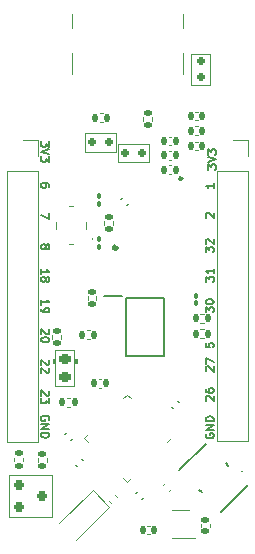
<source format=gbr>
%TF.GenerationSoftware,KiCad,Pcbnew,7.0.2*%
%TF.CreationDate,2023-05-30T01:45:27-07:00*%
%TF.ProjectId,iCEGenius,69434547-656e-4697-9573-2e6b69636164,rev?*%
%TF.SameCoordinates,Original*%
%TF.FileFunction,Legend,Top*%
%TF.FilePolarity,Positive*%
%FSLAX46Y46*%
G04 Gerber Fmt 4.6, Leading zero omitted, Abs format (unit mm)*
G04 Created by KiCad (PCBNEW 7.0.2) date 2023-05-30 01:45:27*
%MOMM*%
%LPD*%
G01*
G04 APERTURE LIST*
G04 Aperture macros list*
%AMRoundRect*
0 Rectangle with rounded corners*
0 $1 Rounding radius*
0 $2 $3 $4 $5 $6 $7 $8 $9 X,Y pos of 4 corners*
0 Add a 4 corners polygon primitive as box body*
4,1,4,$2,$3,$4,$5,$6,$7,$8,$9,$2,$3,0*
0 Add four circle primitives for the rounded corners*
1,1,$1+$1,$2,$3*
1,1,$1+$1,$4,$5*
1,1,$1+$1,$6,$7*
1,1,$1+$1,$8,$9*
0 Add four rect primitives between the rounded corners*
20,1,$1+$1,$2,$3,$4,$5,0*
20,1,$1+$1,$4,$5,$6,$7,0*
20,1,$1+$1,$6,$7,$8,$9,0*
20,1,$1+$1,$8,$9,$2,$3,0*%
%AMRotRect*
0 Rectangle, with rotation*
0 The origin of the aperture is its center*
0 $1 length*
0 $2 width*
0 $3 Rotation angle, in degrees counterclockwise*
0 Add horizontal line*
21,1,$1,$2,0,0,$3*%
G04 Aperture macros list end*
%ADD10C,0.150000*%
%ADD11C,0.120000*%
%ADD12C,0.100000*%
%ADD13C,0.200000*%
%ADD14C,0.325000*%
%ADD15C,0.250000*%
%ADD16RoundRect,0.135000X0.135000X0.185000X-0.135000X0.185000X-0.135000X-0.185000X0.135000X-0.185000X0*%
%ADD17RoundRect,0.140000X0.140000X0.170000X-0.140000X0.170000X-0.140000X-0.170000X0.140000X-0.170000X0*%
%ADD18R,1.100000X1.300000*%
%ADD19RoundRect,0.100000X0.100000X-0.130000X0.100000X0.130000X-0.100000X0.130000X-0.100000X-0.130000X0*%
%ADD20RoundRect,0.135000X0.185000X-0.135000X0.185000X0.135000X-0.185000X0.135000X-0.185000X-0.135000X0*%
%ADD21RoundRect,0.100000X-0.100000X0.130000X-0.100000X-0.130000X0.100000X-0.130000X0.100000X0.130000X0*%
%ADD22RoundRect,0.140000X-0.021213X0.219203X-0.219203X0.021213X0.021213X-0.219203X0.219203X-0.021213X0*%
%ADD23RoundRect,0.100000X-0.162635X0.021213X0.021213X-0.162635X0.162635X-0.021213X-0.021213X0.162635X0*%
%ADD24RoundRect,0.140000X-0.219203X-0.021213X-0.021213X-0.219203X0.219203X0.021213X0.021213X0.219203X0*%
%ADD25RoundRect,0.140000X0.021213X-0.219203X0.219203X-0.021213X-0.021213X0.219203X-0.219203X0.021213X0*%
%ADD26RoundRect,0.200000X-0.250000X-0.200000X0.250000X-0.200000X0.250000X0.200000X-0.250000X0.200000X0*%
%ADD27RoundRect,0.135000X-0.185000X0.135000X-0.185000X-0.135000X0.185000X-0.135000X0.185000X0.135000X0*%
%ADD28RoundRect,0.218750X-0.256250X0.218750X-0.256250X-0.218750X0.256250X-0.218750X0.256250X0.218750X0*%
%ADD29RotRect,1.500000X1.700000X225.000000*%
%ADD30RotRect,3.100000X3.100000X225.000000*%
%ADD31RoundRect,0.062500X-0.220971X0.309359X-0.309359X0.220971X0.220971X-0.309359X0.309359X-0.220971X0*%
%ADD32RoundRect,0.062500X0.220971X0.309359X-0.309359X-0.220971X-0.220971X-0.309359X0.309359X0.220971X0*%
%ADD33R,1.525000X0.700000*%
%ADD34R,0.650000X0.400000*%
%ADD35RoundRect,0.135000X-0.135000X-0.185000X0.135000X-0.185000X0.135000X0.185000X-0.135000X0.185000X0*%
%ADD36C,0.650000*%
%ADD37R,0.600000X1.150000*%
%ADD38R,0.300000X1.150000*%
%ADD39O,1.000000X1.800000*%
%ADD40O,1.000000X2.100000*%
%ADD41RotRect,3.350000X3.350000X45.000000*%
%ADD42RotRect,0.350000X0.850000X45.000000*%
%ADD43RotRect,0.350000X0.850000X135.000000*%
%ADD44R,0.200000X0.600000*%
%ADD45R,0.990000X0.350000*%
%ADD46RoundRect,0.150000X0.150000X0.200000X-0.150000X0.200000X-0.150000X-0.200000X0.150000X-0.200000X0*%
%ADD47RoundRect,0.150000X0.200000X-0.150000X0.200000X0.150000X-0.200000X0.150000X-0.200000X-0.150000X0*%
%ADD48RoundRect,0.150000X-0.150000X-0.200000X0.150000X-0.200000X0.150000X0.200000X-0.150000X0.200000X0*%
%ADD49RoundRect,0.225000X-0.106066X0.424264X-0.424264X0.106066X0.106066X-0.424264X0.424264X-0.106066X0*%
%ADD50RoundRect,0.100000X-0.021213X-0.162635X0.162635X0.021213X0.021213X0.162635X-0.162635X-0.021213X0*%
%ADD51RoundRect,0.100000X0.021213X0.162635X-0.162635X-0.021213X-0.021213X-0.162635X0.162635X0.021213X0*%
%ADD52RoundRect,0.140000X0.170000X-0.140000X0.170000X0.140000X-0.170000X0.140000X-0.170000X-0.140000X0*%
%ADD53RoundRect,0.140000X-0.140000X-0.170000X0.140000X-0.170000X0.140000X0.170000X-0.140000X0.170000X0*%
%ADD54O,1.700000X1.700000*%
%ADD55R,1.700000X1.700000*%
G04 APERTURE END LIST*
D10*
X162681000Y-93766666D02*
X162647666Y-93733333D01*
X162647666Y-93733333D02*
X162614333Y-93666666D01*
X162614333Y-93666666D02*
X162614333Y-93500000D01*
X162614333Y-93500000D02*
X162647666Y-93433333D01*
X162647666Y-93433333D02*
X162681000Y-93400000D01*
X162681000Y-93400000D02*
X162747666Y-93366666D01*
X162747666Y-93366666D02*
X162814333Y-93366666D01*
X162814333Y-93366666D02*
X162914333Y-93400000D01*
X162914333Y-93400000D02*
X163314333Y-93800000D01*
X163314333Y-93800000D02*
X163314333Y-93366666D01*
X162614333Y-104400000D02*
X162614333Y-104733333D01*
X162614333Y-104733333D02*
X162947666Y-104766666D01*
X162947666Y-104766666D02*
X162914333Y-104733333D01*
X162914333Y-104733333D02*
X162881000Y-104666666D01*
X162881000Y-104666666D02*
X162881000Y-104500000D01*
X162881000Y-104500000D02*
X162914333Y-104433333D01*
X162914333Y-104433333D02*
X162947666Y-104400000D01*
X162947666Y-104400000D02*
X163014333Y-104366666D01*
X163014333Y-104366666D02*
X163181000Y-104366666D01*
X163181000Y-104366666D02*
X163247666Y-104400000D01*
X163247666Y-104400000D02*
X163281000Y-104433333D01*
X163281000Y-104433333D02*
X163314333Y-104500000D01*
X163314333Y-104500000D02*
X163314333Y-104666666D01*
X163314333Y-104666666D02*
X163281000Y-104733333D01*
X163281000Y-104733333D02*
X163247666Y-104766666D01*
X163314333Y-90866666D02*
X163314333Y-91266666D01*
X163314333Y-91066666D02*
X162614333Y-91066666D01*
X162614333Y-91066666D02*
X162714333Y-91133333D01*
X162714333Y-91133333D02*
X162781000Y-91200000D01*
X162781000Y-91200000D02*
X162814333Y-91266666D01*
X162614333Y-101800001D02*
X162614333Y-101366667D01*
X162614333Y-101366667D02*
X162881000Y-101600001D01*
X162881000Y-101600001D02*
X162881000Y-101500001D01*
X162881000Y-101500001D02*
X162914333Y-101433334D01*
X162914333Y-101433334D02*
X162947666Y-101400001D01*
X162947666Y-101400001D02*
X163014333Y-101366667D01*
X163014333Y-101366667D02*
X163181000Y-101366667D01*
X163181000Y-101366667D02*
X163247666Y-101400001D01*
X163247666Y-101400001D02*
X163281000Y-101433334D01*
X163281000Y-101433334D02*
X163314333Y-101500001D01*
X163314333Y-101500001D02*
X163314333Y-101700001D01*
X163314333Y-101700001D02*
X163281000Y-101766667D01*
X163281000Y-101766667D02*
X163247666Y-101800001D01*
X162614333Y-100933334D02*
X162614333Y-100866667D01*
X162614333Y-100866667D02*
X162647666Y-100800000D01*
X162647666Y-100800000D02*
X162681000Y-100766667D01*
X162681000Y-100766667D02*
X162747666Y-100733334D01*
X162747666Y-100733334D02*
X162881000Y-100700000D01*
X162881000Y-100700000D02*
X163047666Y-100700000D01*
X163047666Y-100700000D02*
X163181000Y-100733334D01*
X163181000Y-100733334D02*
X163247666Y-100766667D01*
X163247666Y-100766667D02*
X163281000Y-100800000D01*
X163281000Y-100800000D02*
X163314333Y-100866667D01*
X163314333Y-100866667D02*
X163314333Y-100933334D01*
X163314333Y-100933334D02*
X163281000Y-101000000D01*
X163281000Y-101000000D02*
X163247666Y-101033334D01*
X163247666Y-101033334D02*
X163181000Y-101066667D01*
X163181000Y-101066667D02*
X163047666Y-101100000D01*
X163047666Y-101100000D02*
X162881000Y-101100000D01*
X162881000Y-101100000D02*
X162747666Y-101066667D01*
X162747666Y-101066667D02*
X162681000Y-101033334D01*
X162681000Y-101033334D02*
X162647666Y-101000000D01*
X162647666Y-101000000D02*
X162614333Y-100933334D01*
X162681000Y-106766666D02*
X162647666Y-106733333D01*
X162647666Y-106733333D02*
X162614333Y-106666666D01*
X162614333Y-106666666D02*
X162614333Y-106500000D01*
X162614333Y-106500000D02*
X162647666Y-106433333D01*
X162647666Y-106433333D02*
X162681000Y-106400000D01*
X162681000Y-106400000D02*
X162747666Y-106366666D01*
X162747666Y-106366666D02*
X162814333Y-106366666D01*
X162814333Y-106366666D02*
X162914333Y-106400000D01*
X162914333Y-106400000D02*
X163314333Y-106800000D01*
X163314333Y-106800000D02*
X163314333Y-106366666D01*
X162614333Y-106133333D02*
X162614333Y-105666666D01*
X162614333Y-105666666D02*
X163314333Y-105966666D01*
X162614333Y-96700000D02*
X162614333Y-96266666D01*
X162614333Y-96266666D02*
X162881000Y-96500000D01*
X162881000Y-96500000D02*
X162881000Y-96400000D01*
X162881000Y-96400000D02*
X162914333Y-96333333D01*
X162914333Y-96333333D02*
X162947666Y-96300000D01*
X162947666Y-96300000D02*
X163014333Y-96266666D01*
X163014333Y-96266666D02*
X163181000Y-96266666D01*
X163181000Y-96266666D02*
X163247666Y-96300000D01*
X163247666Y-96300000D02*
X163281000Y-96333333D01*
X163281000Y-96333333D02*
X163314333Y-96400000D01*
X163314333Y-96400000D02*
X163314333Y-96600000D01*
X163314333Y-96600000D02*
X163281000Y-96666666D01*
X163281000Y-96666666D02*
X163247666Y-96700000D01*
X162681000Y-95999999D02*
X162647666Y-95966666D01*
X162647666Y-95966666D02*
X162614333Y-95899999D01*
X162614333Y-95899999D02*
X162614333Y-95733333D01*
X162614333Y-95733333D02*
X162647666Y-95666666D01*
X162647666Y-95666666D02*
X162681000Y-95633333D01*
X162681000Y-95633333D02*
X162747666Y-95599999D01*
X162747666Y-95599999D02*
X162814333Y-95599999D01*
X162814333Y-95599999D02*
X162914333Y-95633333D01*
X162914333Y-95633333D02*
X163314333Y-96033333D01*
X163314333Y-96033333D02*
X163314333Y-95599999D01*
X162614333Y-99200000D02*
X162614333Y-98766666D01*
X162614333Y-98766666D02*
X162881000Y-99000000D01*
X162881000Y-99000000D02*
X162881000Y-98900000D01*
X162881000Y-98900000D02*
X162914333Y-98833333D01*
X162914333Y-98833333D02*
X162947666Y-98800000D01*
X162947666Y-98800000D02*
X163014333Y-98766666D01*
X163014333Y-98766666D02*
X163181000Y-98766666D01*
X163181000Y-98766666D02*
X163247666Y-98800000D01*
X163247666Y-98800000D02*
X163281000Y-98833333D01*
X163281000Y-98833333D02*
X163314333Y-98900000D01*
X163314333Y-98900000D02*
X163314333Y-99100000D01*
X163314333Y-99100000D02*
X163281000Y-99166666D01*
X163281000Y-99166666D02*
X163247666Y-99200000D01*
X163314333Y-98099999D02*
X163314333Y-98499999D01*
X163314333Y-98299999D02*
X162614333Y-98299999D01*
X162614333Y-98299999D02*
X162714333Y-98366666D01*
X162714333Y-98366666D02*
X162781000Y-98433333D01*
X162781000Y-98433333D02*
X162814333Y-98499999D01*
X162681000Y-109266666D02*
X162647666Y-109233333D01*
X162647666Y-109233333D02*
X162614333Y-109166666D01*
X162614333Y-109166666D02*
X162614333Y-109000000D01*
X162614333Y-109000000D02*
X162647666Y-108933333D01*
X162647666Y-108933333D02*
X162681000Y-108900000D01*
X162681000Y-108900000D02*
X162747666Y-108866666D01*
X162747666Y-108866666D02*
X162814333Y-108866666D01*
X162814333Y-108866666D02*
X162914333Y-108900000D01*
X162914333Y-108900000D02*
X163314333Y-109300000D01*
X163314333Y-109300000D02*
X163314333Y-108866666D01*
X162614333Y-108266666D02*
X162614333Y-108399999D01*
X162614333Y-108399999D02*
X162647666Y-108466666D01*
X162647666Y-108466666D02*
X162681000Y-108499999D01*
X162681000Y-108499999D02*
X162781000Y-108566666D01*
X162781000Y-108566666D02*
X162914333Y-108599999D01*
X162914333Y-108599999D02*
X163181000Y-108599999D01*
X163181000Y-108599999D02*
X163247666Y-108566666D01*
X163247666Y-108566666D02*
X163281000Y-108533333D01*
X163281000Y-108533333D02*
X163314333Y-108466666D01*
X163314333Y-108466666D02*
X163314333Y-108333333D01*
X163314333Y-108333333D02*
X163281000Y-108266666D01*
X163281000Y-108266666D02*
X163247666Y-108233333D01*
X163247666Y-108233333D02*
X163181000Y-108199999D01*
X163181000Y-108199999D02*
X163014333Y-108199999D01*
X163014333Y-108199999D02*
X162947666Y-108233333D01*
X162947666Y-108233333D02*
X162914333Y-108266666D01*
X162914333Y-108266666D02*
X162881000Y-108333333D01*
X162881000Y-108333333D02*
X162881000Y-108466666D01*
X162881000Y-108466666D02*
X162914333Y-108533333D01*
X162914333Y-108533333D02*
X162947666Y-108566666D01*
X162947666Y-108566666D02*
X163014333Y-108599999D01*
X162647666Y-112066666D02*
X162614333Y-112133333D01*
X162614333Y-112133333D02*
X162614333Y-112233333D01*
X162614333Y-112233333D02*
X162647666Y-112333333D01*
X162647666Y-112333333D02*
X162714333Y-112400000D01*
X162714333Y-112400000D02*
X162781000Y-112433333D01*
X162781000Y-112433333D02*
X162914333Y-112466666D01*
X162914333Y-112466666D02*
X163014333Y-112466666D01*
X163014333Y-112466666D02*
X163147666Y-112433333D01*
X163147666Y-112433333D02*
X163214333Y-112400000D01*
X163214333Y-112400000D02*
X163281000Y-112333333D01*
X163281000Y-112333333D02*
X163314333Y-112233333D01*
X163314333Y-112233333D02*
X163314333Y-112166666D01*
X163314333Y-112166666D02*
X163281000Y-112066666D01*
X163281000Y-112066666D02*
X163247666Y-112033333D01*
X163247666Y-112033333D02*
X163014333Y-112033333D01*
X163014333Y-112033333D02*
X163014333Y-112166666D01*
X163314333Y-111733333D02*
X162614333Y-111733333D01*
X162614333Y-111733333D02*
X163314333Y-111333333D01*
X163314333Y-111333333D02*
X162614333Y-111333333D01*
X163314333Y-111000000D02*
X162614333Y-111000000D01*
X162614333Y-111000000D02*
X162614333Y-110833333D01*
X162614333Y-110833333D02*
X162647666Y-110733333D01*
X162647666Y-110733333D02*
X162714333Y-110666667D01*
X162714333Y-110666667D02*
X162781000Y-110633333D01*
X162781000Y-110633333D02*
X162914333Y-110600000D01*
X162914333Y-110600000D02*
X163014333Y-110600000D01*
X163014333Y-110600000D02*
X163147666Y-110633333D01*
X163147666Y-110633333D02*
X163214333Y-110666667D01*
X163214333Y-110666667D02*
X163281000Y-110733333D01*
X163281000Y-110733333D02*
X163314333Y-110833333D01*
X163314333Y-110833333D02*
X163314333Y-111000000D01*
X149352333Y-110933333D02*
X149385666Y-110866666D01*
X149385666Y-110866666D02*
X149385666Y-110766666D01*
X149385666Y-110766666D02*
X149352333Y-110666666D01*
X149352333Y-110666666D02*
X149285666Y-110600000D01*
X149285666Y-110600000D02*
X149219000Y-110566666D01*
X149219000Y-110566666D02*
X149085666Y-110533333D01*
X149085666Y-110533333D02*
X148985666Y-110533333D01*
X148985666Y-110533333D02*
X148852333Y-110566666D01*
X148852333Y-110566666D02*
X148785666Y-110600000D01*
X148785666Y-110600000D02*
X148719000Y-110666666D01*
X148719000Y-110666666D02*
X148685666Y-110766666D01*
X148685666Y-110766666D02*
X148685666Y-110833333D01*
X148685666Y-110833333D02*
X148719000Y-110933333D01*
X148719000Y-110933333D02*
X148752333Y-110966666D01*
X148752333Y-110966666D02*
X148985666Y-110966666D01*
X148985666Y-110966666D02*
X148985666Y-110833333D01*
X148685666Y-111266666D02*
X149385666Y-111266666D01*
X149385666Y-111266666D02*
X148685666Y-111666666D01*
X148685666Y-111666666D02*
X149385666Y-111666666D01*
X148685666Y-111999999D02*
X149385666Y-111999999D01*
X149385666Y-111999999D02*
X149385666Y-112166666D01*
X149385666Y-112166666D02*
X149352333Y-112266666D01*
X149352333Y-112266666D02*
X149285666Y-112333333D01*
X149285666Y-112333333D02*
X149219000Y-112366666D01*
X149219000Y-112366666D02*
X149085666Y-112399999D01*
X149085666Y-112399999D02*
X148985666Y-112399999D01*
X148985666Y-112399999D02*
X148852333Y-112366666D01*
X148852333Y-112366666D02*
X148785666Y-112333333D01*
X148785666Y-112333333D02*
X148719000Y-112266666D01*
X148719000Y-112266666D02*
X148685666Y-112166666D01*
X148685666Y-112166666D02*
X148685666Y-111999999D01*
X149319000Y-108433333D02*
X149352333Y-108466666D01*
X149352333Y-108466666D02*
X149385666Y-108533333D01*
X149385666Y-108533333D02*
X149385666Y-108700000D01*
X149385666Y-108700000D02*
X149352333Y-108766666D01*
X149352333Y-108766666D02*
X149319000Y-108800000D01*
X149319000Y-108800000D02*
X149252333Y-108833333D01*
X149252333Y-108833333D02*
X149185666Y-108833333D01*
X149185666Y-108833333D02*
X149085666Y-108800000D01*
X149085666Y-108800000D02*
X148685666Y-108400000D01*
X148685666Y-108400000D02*
X148685666Y-108833333D01*
X149385666Y-109066667D02*
X149385666Y-109500000D01*
X149385666Y-109500000D02*
X149119000Y-109266667D01*
X149119000Y-109266667D02*
X149119000Y-109366667D01*
X149119000Y-109366667D02*
X149085666Y-109433333D01*
X149085666Y-109433333D02*
X149052333Y-109466667D01*
X149052333Y-109466667D02*
X148985666Y-109500000D01*
X148985666Y-109500000D02*
X148819000Y-109500000D01*
X148819000Y-109500000D02*
X148752333Y-109466667D01*
X148752333Y-109466667D02*
X148719000Y-109433333D01*
X148719000Y-109433333D02*
X148685666Y-109366667D01*
X148685666Y-109366667D02*
X148685666Y-109166667D01*
X148685666Y-109166667D02*
X148719000Y-109100000D01*
X148719000Y-109100000D02*
X148752333Y-109066667D01*
X149319000Y-105833333D02*
X149352333Y-105866666D01*
X149352333Y-105866666D02*
X149385666Y-105933333D01*
X149385666Y-105933333D02*
X149385666Y-106100000D01*
X149385666Y-106100000D02*
X149352333Y-106166666D01*
X149352333Y-106166666D02*
X149319000Y-106200000D01*
X149319000Y-106200000D02*
X149252333Y-106233333D01*
X149252333Y-106233333D02*
X149185666Y-106233333D01*
X149185666Y-106233333D02*
X149085666Y-106200000D01*
X149085666Y-106200000D02*
X148685666Y-105800000D01*
X148685666Y-105800000D02*
X148685666Y-106233333D01*
X149319000Y-106500000D02*
X149352333Y-106533333D01*
X149352333Y-106533333D02*
X149385666Y-106600000D01*
X149385666Y-106600000D02*
X149385666Y-106766667D01*
X149385666Y-106766667D02*
X149352333Y-106833333D01*
X149352333Y-106833333D02*
X149319000Y-106866667D01*
X149319000Y-106866667D02*
X149252333Y-106900000D01*
X149252333Y-106900000D02*
X149185666Y-106900000D01*
X149185666Y-106900000D02*
X149085666Y-106866667D01*
X149085666Y-106866667D02*
X148685666Y-106466667D01*
X148685666Y-106466667D02*
X148685666Y-106900000D01*
X149319000Y-103233333D02*
X149352333Y-103266666D01*
X149352333Y-103266666D02*
X149385666Y-103333333D01*
X149385666Y-103333333D02*
X149385666Y-103500000D01*
X149385666Y-103500000D02*
X149352333Y-103566666D01*
X149352333Y-103566666D02*
X149319000Y-103600000D01*
X149319000Y-103600000D02*
X149252333Y-103633333D01*
X149252333Y-103633333D02*
X149185666Y-103633333D01*
X149185666Y-103633333D02*
X149085666Y-103600000D01*
X149085666Y-103600000D02*
X148685666Y-103200000D01*
X148685666Y-103200000D02*
X148685666Y-103633333D01*
X149385666Y-104066667D02*
X149385666Y-104133333D01*
X149385666Y-104133333D02*
X149352333Y-104200000D01*
X149352333Y-104200000D02*
X149319000Y-104233333D01*
X149319000Y-104233333D02*
X149252333Y-104266667D01*
X149252333Y-104266667D02*
X149119000Y-104300000D01*
X149119000Y-104300000D02*
X148952333Y-104300000D01*
X148952333Y-104300000D02*
X148819000Y-104266667D01*
X148819000Y-104266667D02*
X148752333Y-104233333D01*
X148752333Y-104233333D02*
X148719000Y-104200000D01*
X148719000Y-104200000D02*
X148685666Y-104133333D01*
X148685666Y-104133333D02*
X148685666Y-104066667D01*
X148685666Y-104066667D02*
X148719000Y-104000000D01*
X148719000Y-104000000D02*
X148752333Y-103966667D01*
X148752333Y-103966667D02*
X148819000Y-103933333D01*
X148819000Y-103933333D02*
X148952333Y-103900000D01*
X148952333Y-103900000D02*
X149119000Y-103900000D01*
X149119000Y-103900000D02*
X149252333Y-103933333D01*
X149252333Y-103933333D02*
X149319000Y-103966667D01*
X149319000Y-103966667D02*
X149352333Y-104000000D01*
X149352333Y-104000000D02*
X149385666Y-104066667D01*
X148685666Y-101133333D02*
X148685666Y-100733333D01*
X148685666Y-100933333D02*
X149385666Y-100933333D01*
X149385666Y-100933333D02*
X149285666Y-100866666D01*
X149285666Y-100866666D02*
X149219000Y-100800000D01*
X149219000Y-100800000D02*
X149185666Y-100733333D01*
X148685666Y-101466667D02*
X148685666Y-101600000D01*
X148685666Y-101600000D02*
X148719000Y-101666667D01*
X148719000Y-101666667D02*
X148752333Y-101700000D01*
X148752333Y-101700000D02*
X148852333Y-101766667D01*
X148852333Y-101766667D02*
X148985666Y-101800000D01*
X148985666Y-101800000D02*
X149252333Y-101800000D01*
X149252333Y-101800000D02*
X149319000Y-101766667D01*
X149319000Y-101766667D02*
X149352333Y-101733333D01*
X149352333Y-101733333D02*
X149385666Y-101666667D01*
X149385666Y-101666667D02*
X149385666Y-101533333D01*
X149385666Y-101533333D02*
X149352333Y-101466667D01*
X149352333Y-101466667D02*
X149319000Y-101433333D01*
X149319000Y-101433333D02*
X149252333Y-101400000D01*
X149252333Y-101400000D02*
X149085666Y-101400000D01*
X149085666Y-101400000D02*
X149019000Y-101433333D01*
X149019000Y-101433333D02*
X148985666Y-101466667D01*
X148985666Y-101466667D02*
X148952333Y-101533333D01*
X148952333Y-101533333D02*
X148952333Y-101666667D01*
X148952333Y-101666667D02*
X148985666Y-101733333D01*
X148985666Y-101733333D02*
X149019000Y-101766667D01*
X149019000Y-101766667D02*
X149085666Y-101800000D01*
X148685666Y-98533333D02*
X148685666Y-98133333D01*
X148685666Y-98333333D02*
X149385666Y-98333333D01*
X149385666Y-98333333D02*
X149285666Y-98266666D01*
X149285666Y-98266666D02*
X149219000Y-98200000D01*
X149219000Y-98200000D02*
X149185666Y-98133333D01*
X149085666Y-98933333D02*
X149119000Y-98866667D01*
X149119000Y-98866667D02*
X149152333Y-98833333D01*
X149152333Y-98833333D02*
X149219000Y-98800000D01*
X149219000Y-98800000D02*
X149252333Y-98800000D01*
X149252333Y-98800000D02*
X149319000Y-98833333D01*
X149319000Y-98833333D02*
X149352333Y-98866667D01*
X149352333Y-98866667D02*
X149385666Y-98933333D01*
X149385666Y-98933333D02*
X149385666Y-99066667D01*
X149385666Y-99066667D02*
X149352333Y-99133333D01*
X149352333Y-99133333D02*
X149319000Y-99166667D01*
X149319000Y-99166667D02*
X149252333Y-99200000D01*
X149252333Y-99200000D02*
X149219000Y-99200000D01*
X149219000Y-99200000D02*
X149152333Y-99166667D01*
X149152333Y-99166667D02*
X149119000Y-99133333D01*
X149119000Y-99133333D02*
X149085666Y-99066667D01*
X149085666Y-99066667D02*
X149085666Y-98933333D01*
X149085666Y-98933333D02*
X149052333Y-98866667D01*
X149052333Y-98866667D02*
X149019000Y-98833333D01*
X149019000Y-98833333D02*
X148952333Y-98800000D01*
X148952333Y-98800000D02*
X148819000Y-98800000D01*
X148819000Y-98800000D02*
X148752333Y-98833333D01*
X148752333Y-98833333D02*
X148719000Y-98866667D01*
X148719000Y-98866667D02*
X148685666Y-98933333D01*
X148685666Y-98933333D02*
X148685666Y-99066667D01*
X148685666Y-99066667D02*
X148719000Y-99133333D01*
X148719000Y-99133333D02*
X148752333Y-99166667D01*
X148752333Y-99166667D02*
X148819000Y-99200000D01*
X148819000Y-99200000D02*
X148952333Y-99200000D01*
X148952333Y-99200000D02*
X149019000Y-99166667D01*
X149019000Y-99166667D02*
X149052333Y-99133333D01*
X149052333Y-99133333D02*
X149085666Y-99066667D01*
X149085666Y-96166666D02*
X149119000Y-96100000D01*
X149119000Y-96100000D02*
X149152333Y-96066666D01*
X149152333Y-96066666D02*
X149219000Y-96033333D01*
X149219000Y-96033333D02*
X149252333Y-96033333D01*
X149252333Y-96033333D02*
X149319000Y-96066666D01*
X149319000Y-96066666D02*
X149352333Y-96100000D01*
X149352333Y-96100000D02*
X149385666Y-96166666D01*
X149385666Y-96166666D02*
X149385666Y-96300000D01*
X149385666Y-96300000D02*
X149352333Y-96366666D01*
X149352333Y-96366666D02*
X149319000Y-96400000D01*
X149319000Y-96400000D02*
X149252333Y-96433333D01*
X149252333Y-96433333D02*
X149219000Y-96433333D01*
X149219000Y-96433333D02*
X149152333Y-96400000D01*
X149152333Y-96400000D02*
X149119000Y-96366666D01*
X149119000Y-96366666D02*
X149085666Y-96300000D01*
X149085666Y-96300000D02*
X149085666Y-96166666D01*
X149085666Y-96166666D02*
X149052333Y-96100000D01*
X149052333Y-96100000D02*
X149019000Y-96066666D01*
X149019000Y-96066666D02*
X148952333Y-96033333D01*
X148952333Y-96033333D02*
X148819000Y-96033333D01*
X148819000Y-96033333D02*
X148752333Y-96066666D01*
X148752333Y-96066666D02*
X148719000Y-96100000D01*
X148719000Y-96100000D02*
X148685666Y-96166666D01*
X148685666Y-96166666D02*
X148685666Y-96300000D01*
X148685666Y-96300000D02*
X148719000Y-96366666D01*
X148719000Y-96366666D02*
X148752333Y-96400000D01*
X148752333Y-96400000D02*
X148819000Y-96433333D01*
X148819000Y-96433333D02*
X148952333Y-96433333D01*
X148952333Y-96433333D02*
X149019000Y-96400000D01*
X149019000Y-96400000D02*
X149052333Y-96366666D01*
X149052333Y-96366666D02*
X149085666Y-96300000D01*
X149385666Y-93400000D02*
X149385666Y-93866666D01*
X149385666Y-93866666D02*
X148685666Y-93566666D01*
X149385666Y-91166666D02*
X149385666Y-91033333D01*
X149385666Y-91033333D02*
X149352333Y-90966666D01*
X149352333Y-90966666D02*
X149319000Y-90933333D01*
X149319000Y-90933333D02*
X149219000Y-90866666D01*
X149219000Y-90866666D02*
X149085666Y-90833333D01*
X149085666Y-90833333D02*
X148819000Y-90833333D01*
X148819000Y-90833333D02*
X148752333Y-90866666D01*
X148752333Y-90866666D02*
X148719000Y-90900000D01*
X148719000Y-90900000D02*
X148685666Y-90966666D01*
X148685666Y-90966666D02*
X148685666Y-91100000D01*
X148685666Y-91100000D02*
X148719000Y-91166666D01*
X148719000Y-91166666D02*
X148752333Y-91200000D01*
X148752333Y-91200000D02*
X148819000Y-91233333D01*
X148819000Y-91233333D02*
X148985666Y-91233333D01*
X148985666Y-91233333D02*
X149052333Y-91200000D01*
X149052333Y-91200000D02*
X149085666Y-91166666D01*
X149085666Y-91166666D02*
X149119000Y-91100000D01*
X149119000Y-91100000D02*
X149119000Y-90966666D01*
X149119000Y-90966666D02*
X149085666Y-90900000D01*
X149085666Y-90900000D02*
X149052333Y-90866666D01*
X149052333Y-90866666D02*
X148985666Y-90833333D01*
X162799333Y-89700000D02*
X162799333Y-89266666D01*
X162799333Y-89266666D02*
X163066000Y-89500000D01*
X163066000Y-89500000D02*
X163066000Y-89400000D01*
X163066000Y-89400000D02*
X163099333Y-89333333D01*
X163099333Y-89333333D02*
X163132666Y-89300000D01*
X163132666Y-89300000D02*
X163199333Y-89266666D01*
X163199333Y-89266666D02*
X163366000Y-89266666D01*
X163366000Y-89266666D02*
X163432666Y-89300000D01*
X163432666Y-89300000D02*
X163466000Y-89333333D01*
X163466000Y-89333333D02*
X163499333Y-89400000D01*
X163499333Y-89400000D02*
X163499333Y-89600000D01*
X163499333Y-89600000D02*
X163466000Y-89666666D01*
X163466000Y-89666666D02*
X163432666Y-89700000D01*
X162799333Y-89066666D02*
X163499333Y-88833333D01*
X163499333Y-88833333D02*
X162799333Y-88599999D01*
X162799333Y-88433333D02*
X162799333Y-87999999D01*
X162799333Y-87999999D02*
X163066000Y-88233333D01*
X163066000Y-88233333D02*
X163066000Y-88133333D01*
X163066000Y-88133333D02*
X163099333Y-88066666D01*
X163099333Y-88066666D02*
X163132666Y-88033333D01*
X163132666Y-88033333D02*
X163199333Y-87999999D01*
X163199333Y-87999999D02*
X163366000Y-87999999D01*
X163366000Y-87999999D02*
X163432666Y-88033333D01*
X163432666Y-88033333D02*
X163466000Y-88066666D01*
X163466000Y-88066666D02*
X163499333Y-88133333D01*
X163499333Y-88133333D02*
X163499333Y-88333333D01*
X163499333Y-88333333D02*
X163466000Y-88399999D01*
X163466000Y-88399999D02*
X163432666Y-88433333D01*
X149385666Y-87320000D02*
X149385666Y-87753333D01*
X149385666Y-87753333D02*
X149119000Y-87520000D01*
X149119000Y-87520000D02*
X149119000Y-87620000D01*
X149119000Y-87620000D02*
X149085666Y-87686666D01*
X149085666Y-87686666D02*
X149052333Y-87720000D01*
X149052333Y-87720000D02*
X148985666Y-87753333D01*
X148985666Y-87753333D02*
X148819000Y-87753333D01*
X148819000Y-87753333D02*
X148752333Y-87720000D01*
X148752333Y-87720000D02*
X148719000Y-87686666D01*
X148719000Y-87686666D02*
X148685666Y-87620000D01*
X148685666Y-87620000D02*
X148685666Y-87420000D01*
X148685666Y-87420000D02*
X148719000Y-87353333D01*
X148719000Y-87353333D02*
X148752333Y-87320000D01*
X149385666Y-87953333D02*
X148685666Y-88186667D01*
X148685666Y-88186667D02*
X149385666Y-88420000D01*
X149385666Y-88586667D02*
X149385666Y-89020000D01*
X149385666Y-89020000D02*
X149119000Y-88786667D01*
X149119000Y-88786667D02*
X149119000Y-88886667D01*
X149119000Y-88886667D02*
X149085666Y-88953333D01*
X149085666Y-88953333D02*
X149052333Y-88986667D01*
X149052333Y-88986667D02*
X148985666Y-89020000D01*
X148985666Y-89020000D02*
X148819000Y-89020000D01*
X148819000Y-89020000D02*
X148752333Y-88986667D01*
X148752333Y-88986667D02*
X148719000Y-88953333D01*
X148719000Y-88953333D02*
X148685666Y-88886667D01*
X148685666Y-88886667D02*
X148685666Y-88686667D01*
X148685666Y-88686667D02*
X148719000Y-88620000D01*
X148719000Y-88620000D02*
X148752333Y-88586667D01*
D11*
%TO.C,R8*%
X151163640Y-109780000D02*
X150856358Y-109780000D01*
X151163640Y-109020000D02*
X150856358Y-109020000D01*
%TO.C,C26*%
X153787836Y-107440000D02*
X153572164Y-107440000D01*
X153787836Y-108160000D02*
X153572164Y-108160000D01*
D12*
%TO.C,Y1*%
X151025000Y-96000000D02*
X151425000Y-96000000D01*
X151025000Y-92800000D02*
X151425000Y-92800000D01*
X152475000Y-94700000D02*
X152475000Y-94100000D01*
X149975000Y-94700000D02*
X149975000Y-94100000D01*
X153025000Y-95600000D02*
X153025000Y-95600000D01*
X153025000Y-95500000D02*
X153025000Y-95500000D01*
X153025000Y-95500000D02*
G75*
G03*
X153025000Y-95600000I0J-50000D01*
G01*
X153025000Y-95600000D02*
G75*
G03*
X153025000Y-95500000I0J50000D01*
G01*
D11*
%TO.C,R3*%
X154780000Y-94353641D02*
X154780000Y-94046359D01*
X154020000Y-94353641D02*
X154020000Y-94046359D01*
%TO.C,C28*%
X150821693Y-111969190D02*
X150669190Y-112121693D01*
X151330810Y-112478307D02*
X151178307Y-112630810D01*
%TO.C,C20*%
X151569190Y-114678307D02*
X151721693Y-114830810D01*
X152078307Y-114169190D02*
X152230810Y-114321693D01*
%TO.C,C9*%
X155878307Y-92730810D02*
X156030810Y-92578307D01*
X155369190Y-92221693D02*
X155521693Y-92069190D01*
%TO.C,Q1*%
X146000000Y-119150000D02*
X149600000Y-119150000D01*
X146000000Y-115550000D02*
X146000000Y-119150000D01*
X149600000Y-119150000D02*
X149600000Y-115550000D01*
X149600000Y-115550000D02*
X146000000Y-115550000D01*
%TO.C,R10*%
X150380000Y-103733859D02*
X150380000Y-104041141D01*
X149620000Y-103733859D02*
X149620000Y-104041141D01*
%TO.C,D5*%
X151500000Y-108000000D02*
X151500000Y-105000000D01*
X149900000Y-108000000D02*
X151500000Y-108000000D01*
X149900000Y-105000000D02*
X149900000Y-108000000D01*
X151500000Y-105000000D02*
X149900000Y-105000000D01*
D12*
X149900000Y-106100000D02*
X149700000Y-106100000D01*
X149700000Y-105700000D01*
X149900000Y-105700000D01*
X149900000Y-106100000D01*
G36*
X149900000Y-106100000D02*
G01*
X149700000Y-106100000D01*
X149700000Y-105700000D01*
X149900000Y-105700000D01*
X149900000Y-106100000D01*
G37*
X151700000Y-106100000D02*
X151500000Y-106100000D01*
X151500000Y-105700000D01*
X151700000Y-105700000D01*
X151700000Y-106100000D01*
G36*
X151700000Y-106100000D02*
G01*
X151500000Y-106100000D01*
X151500000Y-105700000D01*
X151700000Y-105700000D01*
X151700000Y-106100000D01*
G37*
D13*
%TO.C,Y2*%
X163936396Y-118699138D02*
X166199138Y-116436396D01*
X162663604Y-112900862D02*
X160400862Y-115163604D01*
X162277524Y-117040265D02*
X162059735Y-116822476D01*
X164540265Y-114777524D02*
X164322476Y-114559735D01*
X165716104Y-115257649D02*
G75*
G03*
X165716104Y-115257649I-36690J0D01*
G01*
D11*
%TO.C,U3*%
X159355222Y-112774866D02*
X159691097Y-112438990D01*
X156335876Y-115794212D02*
X156000000Y-116130087D01*
X155664124Y-109083768D02*
X156000000Y-108747893D01*
X156000000Y-108747893D02*
X156335876Y-109083768D01*
X152308903Y-112438990D02*
X152644778Y-112774866D01*
X156000000Y-116130087D02*
X155664124Y-115794212D01*
X152644778Y-112103114D02*
X152308903Y-112438990D01*
D13*
%TO.C,U2*%
X154025000Y-100395000D02*
X155550000Y-100395000D01*
X155900000Y-105450000D02*
X155900000Y-100550000D01*
X159100000Y-105450000D02*
X155900000Y-105450000D01*
X159100000Y-100550000D02*
X159100000Y-105450000D01*
X155900000Y-100550000D02*
X159100000Y-100550000D01*
D11*
%TO.C,U1*%
X161200000Y-118540000D02*
X159800000Y-118540000D01*
X159800000Y-120860000D02*
X161700000Y-120860000D01*
%TO.C,R11*%
X146420000Y-114403641D02*
X146420000Y-114096359D01*
X147180000Y-114403641D02*
X147180000Y-114096359D01*
%TO.C,R9*%
X148420000Y-114453641D02*
X148420000Y-114146359D01*
X149180000Y-114453641D02*
X149180000Y-114146359D01*
%TO.C,R7*%
X153380000Y-100753641D02*
X153380000Y-100446359D01*
X152620000Y-100753641D02*
X152620000Y-100446359D01*
%TO.C,R6*%
X162146359Y-103980000D02*
X162453641Y-103980000D01*
X162146359Y-103220000D02*
X162453641Y-103220000D01*
%TO.C,R5*%
X152546359Y-104080000D02*
X152853641Y-104080000D01*
X152546359Y-103320000D02*
X152853641Y-103320000D01*
%TO.C,R4*%
X162453641Y-101920000D02*
X162146359Y-101920000D01*
X162453641Y-102680000D02*
X162146359Y-102680000D01*
%TO.C,R2*%
X153953641Y-85680000D02*
X153646359Y-85680000D01*
X153953641Y-84920000D02*
X153646359Y-84920000D01*
%TO.C,R1*%
X158080000Y-85246359D02*
X158080000Y-85553641D01*
X157320000Y-85246359D02*
X157320000Y-85553641D01*
%TO.C,J1*%
X160680000Y-79795000D02*
X160680000Y-81595000D01*
X160680000Y-77695000D02*
X160680000Y-76545000D01*
X151340000Y-77695000D02*
X151340000Y-76545000D01*
X151340000Y-79795000D02*
X151340000Y-81595000D01*
D14*
%TO.C,IC2*%
X155121253Y-96323911D02*
G75*
G03*
X155121253Y-96323911I-162499J0D01*
G01*
D15*
%TO.C,IC1*%
X160625000Y-90450000D02*
G75*
G03*
X160625000Y-90450000I-125000J0D01*
G01*
D11*
%TO.C,D4*%
X155000000Y-88200000D02*
X155000000Y-86600000D01*
X155000000Y-86600000D02*
X152400000Y-86600000D01*
X152400000Y-86600000D02*
X152400000Y-88200000D01*
X152400000Y-88200000D02*
X155000000Y-88200000D01*
%TO.C,D3*%
X161400000Y-82500000D02*
X163000000Y-82500000D01*
X163000000Y-82500000D02*
X163000000Y-79900000D01*
X163000000Y-79900000D02*
X161400000Y-79900000D01*
X161400000Y-79900000D02*
X161400000Y-82500000D01*
%TO.C,D2*%
X155200000Y-87500000D02*
X155200000Y-89100000D01*
X155200000Y-89100000D02*
X157800000Y-89100000D01*
X157800000Y-89100000D02*
X157800000Y-87500000D01*
X157800000Y-87500000D02*
X155200000Y-87500000D01*
%TO.C,D1*%
X153061665Y-116824121D02*
X150226167Y-119659619D01*
X154475879Y-118238335D02*
X151640381Y-121073833D01*
X154475879Y-118238335D02*
X153061665Y-116824121D01*
%TO.C,C24*%
X159669190Y-109778307D02*
X159821693Y-109930810D01*
X160178307Y-109269190D02*
X160330810Y-109421693D01*
%TO.C,C22*%
X159187378Y-116237718D02*
X159034875Y-116390221D01*
X159696495Y-116746835D02*
X159543992Y-116899338D01*
%TO.C,C18*%
X156821693Y-116969190D02*
X156669190Y-117121693D01*
X157330810Y-117478307D02*
X157178307Y-117630810D01*
%TO.C,C16*%
X154469190Y-117778307D02*
X154621693Y-117930810D01*
X154978307Y-117269190D02*
X155130810Y-117421693D01*
%TO.C,C8*%
X157907836Y-119840000D02*
X157692164Y-119840000D01*
X157907836Y-120560000D02*
X157692164Y-120560000D01*
%TO.C,C7*%
X162960000Y-119927836D02*
X162960000Y-119712164D01*
X162240000Y-119927836D02*
X162240000Y-119712164D01*
%TO.C,C6*%
X159707836Y-86940000D02*
X159492164Y-86940000D01*
X159707836Y-87660000D02*
X159492164Y-87660000D01*
%TO.C,C5*%
X159707836Y-88140000D02*
X159492164Y-88140000D01*
X159707836Y-88860000D02*
X159492164Y-88860000D01*
%TO.C,C4*%
X159707836Y-89340000D02*
X159492164Y-89340000D01*
X159707836Y-90060000D02*
X159492164Y-90060000D01*
%TO.C,C3*%
X161737164Y-88060001D02*
X161952836Y-88060001D01*
X161737164Y-87340001D02*
X161952836Y-87340001D01*
%TO.C,C2*%
X161737164Y-86760001D02*
X161952836Y-86760001D01*
X161737164Y-86040001D02*
X161952836Y-86040001D01*
%TO.C,C1*%
X161737164Y-85530003D02*
X161952836Y-85530003D01*
X161737164Y-84810003D02*
X161952836Y-84810003D01*
%TO.C,J3*%
X166245000Y-89800000D02*
X166245000Y-112720000D01*
X166245000Y-87200000D02*
X166245000Y-88530000D01*
X164915000Y-87200000D02*
X166245000Y-87200000D01*
X163585000Y-112720000D02*
X166245000Y-112720000D01*
X163585000Y-89800000D02*
X166245000Y-89800000D01*
X163585000Y-89800000D02*
X163585000Y-112720000D01*
%TO.C,J2*%
X148445000Y-89820000D02*
X148445000Y-112740000D01*
X148445000Y-87220000D02*
X148445000Y-88550000D01*
X147115000Y-87220000D02*
X148445000Y-87220000D01*
X145785000Y-112740000D02*
X148445000Y-112740000D01*
X145785000Y-89820000D02*
X148445000Y-89820000D01*
X145785000Y-89820000D02*
X145785000Y-112740000D01*
%TD*%
%LPC*%
D16*
%TO.C,R8*%
X151519999Y-109400000D03*
X150499999Y-109400000D03*
%TD*%
D17*
%TO.C,C26*%
X154160000Y-107800000D03*
X153200000Y-107800000D03*
%TD*%
D18*
%TO.C,Y1*%
X152175000Y-95550000D03*
X152175000Y-93250000D03*
X150275000Y-93250000D03*
X150275000Y-95550000D03*
%TD*%
D19*
%TO.C,C11*%
X153600000Y-92620000D03*
X153600000Y-91980000D03*
%TD*%
D20*
%TO.C,R3*%
X154400000Y-93690000D03*
X154400000Y-94710000D03*
%TD*%
D21*
%TO.C,C12*%
X153600000Y-96220000D03*
X153600000Y-95580000D03*
%TD*%
D22*
%TO.C,C28*%
X151339411Y-111960589D03*
X150660589Y-112639411D03*
%TD*%
D23*
%TO.C,C21*%
X150873726Y-114873726D03*
X151326274Y-115326274D03*
%TD*%
D24*
%TO.C,C20*%
X151560589Y-114160589D03*
X152239411Y-114839411D03*
%TD*%
D25*
%TO.C,C9*%
X155360589Y-92739411D03*
X156039411Y-92060589D03*
%TD*%
D26*
%TO.C,Q1*%
X146800000Y-116400000D03*
X146800000Y-118300000D03*
X148800000Y-117350000D03*
%TD*%
D27*
%TO.C,R10*%
X150000000Y-103377500D03*
X150000000Y-104397500D03*
%TD*%
D28*
%TO.C,D5*%
X150700000Y-105712500D03*
X150700000Y-107287500D03*
%TD*%
D29*
%TO.C,Y2*%
X164975843Y-115920208D03*
X163179792Y-114124157D03*
X161624157Y-115679792D03*
X163420208Y-117475843D03*
%TD*%
D30*
%TO.C,U3*%
X156000000Y-112438990D03*
D31*
X158961010Y-112925126D03*
X158607456Y-113278679D03*
X158253903Y-113632233D03*
X157900349Y-113985786D03*
X157546796Y-114339339D03*
X157193243Y-114692893D03*
X156839689Y-115046446D03*
X156486136Y-115400000D03*
D32*
X155513864Y-115400000D03*
X155160311Y-115046446D03*
X154806757Y-114692893D03*
X154453204Y-114339339D03*
X154099651Y-113985786D03*
X153746097Y-113632233D03*
X153392544Y-113278679D03*
X153038990Y-112925126D03*
D31*
X153038990Y-111952854D03*
X153392544Y-111599301D03*
X153746097Y-111245747D03*
X154099651Y-110892194D03*
X154453204Y-110538641D03*
X154806757Y-110185087D03*
X155160311Y-109831534D03*
X155513864Y-109477980D03*
D32*
X156486136Y-109477980D03*
X156839689Y-109831534D03*
X157193243Y-110185087D03*
X157546796Y-110538641D03*
X157900349Y-110892194D03*
X158253903Y-111245747D03*
X158607456Y-111599301D03*
X158961010Y-111952854D03*
%TD*%
D33*
%TO.C,U2*%
X160212000Y-101095000D03*
X160212000Y-102365000D03*
X160212000Y-103635000D03*
X160212000Y-104905000D03*
X154788000Y-104905000D03*
X154788000Y-103635000D03*
X154788000Y-102365000D03*
X154788000Y-101095000D03*
%TD*%
D34*
%TO.C,U1*%
X161450000Y-120350000D03*
X161450000Y-119700000D03*
X161450000Y-119050000D03*
X159550000Y-119050000D03*
X159550000Y-120350000D03*
%TD*%
D20*
%TO.C,R11*%
X146800000Y-114760000D03*
X146800000Y-113740000D03*
%TD*%
%TO.C,R9*%
X148800000Y-114810000D03*
X148800000Y-113790000D03*
%TD*%
%TO.C,R7*%
X153000000Y-100090000D03*
X153000000Y-101110000D03*
%TD*%
D35*
%TO.C,R6*%
X162810000Y-103600000D03*
X161790000Y-103600000D03*
%TD*%
%TO.C,R5*%
X153210000Y-103700000D03*
X152190000Y-103700000D03*
%TD*%
D16*
%TO.C,R4*%
X161790000Y-102300000D03*
X162810000Y-102300000D03*
%TD*%
%TO.C,R2*%
X154310000Y-85300000D03*
X153290000Y-85300000D03*
%TD*%
D27*
%TO.C,R1*%
X157700000Y-84890000D03*
X157700000Y-85910000D03*
%TD*%
D36*
%TO.C,J1*%
X153120000Y-82400000D03*
X158900000Y-82400000D03*
D37*
X159210000Y-83475000D03*
X158410000Y-83475000D03*
D38*
X157260000Y-83475000D03*
X156260000Y-83475000D03*
X155760000Y-83475000D03*
X154760000Y-83475000D03*
D37*
X153610000Y-83475000D03*
X152810000Y-83475000D03*
X152810000Y-83475000D03*
X153610000Y-83475000D03*
D38*
X154260000Y-83475000D03*
X155260000Y-83475000D03*
X156760000Y-83475000D03*
X157760000Y-83475000D03*
D37*
X158410000Y-83475000D03*
X159210000Y-83475000D03*
D39*
X160330000Y-78720000D03*
D40*
X151690000Y-82900000D03*
D39*
X151690000Y-78720000D03*
D40*
X160330000Y-82900000D03*
%TD*%
D41*
%TO.C,IC2*%
X158600000Y-95900000D03*
D42*
X155948350Y-95086827D03*
X156407969Y-94627208D03*
X156867588Y-94167588D03*
X157327208Y-93707969D03*
X157786827Y-93248350D03*
D43*
X159413173Y-93248350D03*
X159872792Y-93707969D03*
X160332412Y-94167588D03*
X160792031Y-94627208D03*
X161251650Y-95086827D03*
D42*
X161251650Y-96713173D03*
X160792031Y-97172792D03*
X160332412Y-97632412D03*
X159872792Y-98092031D03*
X159413173Y-98551650D03*
D43*
X157786827Y-98551650D03*
X157327208Y-98092031D03*
X156867588Y-97632412D03*
X156407969Y-97172792D03*
X155948350Y-96713173D03*
%TD*%
D44*
%TO.C,IC1*%
X161100000Y-90150000D03*
X161500000Y-90150000D03*
X161900000Y-90150000D03*
X161900000Y-88850000D03*
X161500000Y-88850000D03*
X161100000Y-88850000D03*
D45*
X161500000Y-89500000D03*
%TD*%
D46*
%TO.C,D4*%
X153000000Y-87400000D03*
X154400000Y-87400000D03*
%TD*%
D47*
%TO.C,D3*%
X162200000Y-80500000D03*
X162200000Y-81900000D03*
%TD*%
D48*
%TO.C,D2*%
X157200000Y-88300000D03*
X155800000Y-88300000D03*
%TD*%
D49*
%TO.C,D1*%
X153266726Y-118033274D03*
X150933274Y-120366726D03*
%TD*%
D50*
%TO.C,C29*%
X154873726Y-108526274D03*
X155326274Y-108073726D03*
%TD*%
D51*
%TO.C,C27*%
X150626274Y-111373726D03*
X150173726Y-111826274D03*
%TD*%
D23*
%TO.C,C25*%
X158973726Y-109973726D03*
X159426274Y-110426274D03*
%TD*%
D24*
%TO.C,C24*%
X159660589Y-109260589D03*
X160339411Y-109939411D03*
%TD*%
D51*
%TO.C,C23*%
X159026274Y-115493726D03*
X158573726Y-115946274D03*
%TD*%
D22*
%TO.C,C22*%
X159705096Y-116229117D03*
X159026274Y-116907939D03*
%TD*%
D51*
%TO.C,C19*%
X158085409Y-117756084D03*
X157632861Y-118208632D03*
%TD*%
D22*
%TO.C,C18*%
X157339411Y-116960589D03*
X156660589Y-117639411D03*
%TD*%
D23*
%TO.C,C17*%
X155153554Y-116539340D03*
X155606102Y-116991888D03*
%TD*%
D24*
%TO.C,C16*%
X154460589Y-117260589D03*
X155139411Y-117939411D03*
%TD*%
D50*
%TO.C,C15*%
X164373726Y-119026274D03*
X164826274Y-118573726D03*
%TD*%
D19*
%TO.C,C14*%
X161800000Y-100380000D03*
X161800000Y-101020000D03*
%TD*%
D23*
%TO.C,C13*%
X160773726Y-93073726D03*
X161226274Y-93526274D03*
%TD*%
D50*
%TO.C,C10*%
X156099516Y-93385409D03*
X156552064Y-92932861D03*
%TD*%
D17*
%TO.C,C8*%
X158280000Y-120200000D03*
X157320000Y-120200000D03*
%TD*%
D52*
%TO.C,C7*%
X162600000Y-120300000D03*
X162600000Y-119340000D03*
%TD*%
D17*
%TO.C,C6*%
X160080000Y-87300000D03*
X159120000Y-87300000D03*
%TD*%
%TO.C,C5*%
X160080000Y-88500000D03*
X159120000Y-88500000D03*
%TD*%
%TO.C,C4*%
X160080000Y-89700000D03*
X159120000Y-89700000D03*
%TD*%
D53*
%TO.C,C3*%
X161365000Y-87700001D03*
X162325000Y-87700001D03*
%TD*%
%TO.C,C2*%
X161365000Y-86400001D03*
X162325000Y-86400001D03*
%TD*%
%TO.C,C1*%
X161365000Y-85170003D03*
X162325000Y-85170003D03*
%TD*%
D54*
%TO.C,J3*%
X164915000Y-111390000D03*
X164915000Y-108850000D03*
X164915000Y-106310000D03*
X164915000Y-103770000D03*
X164915000Y-101230000D03*
X164915000Y-98690000D03*
X164915000Y-96150000D03*
X164915000Y-93610000D03*
X164915000Y-91070000D03*
D55*
X164915000Y-88530000D03*
%TD*%
D54*
%TO.C,J2*%
X147115000Y-111410000D03*
X147115000Y-108870000D03*
X147115000Y-106330000D03*
X147115000Y-103790000D03*
X147115000Y-101250000D03*
X147115000Y-98710000D03*
X147115000Y-96170000D03*
X147115000Y-93630000D03*
X147115000Y-91090000D03*
D55*
X147115000Y-88550000D03*
%TD*%
%LPD*%
M02*

</source>
